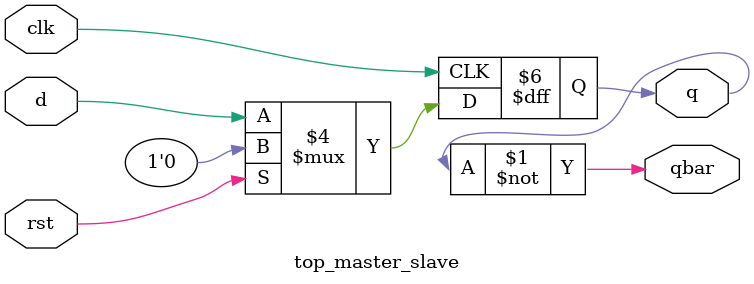
<source format=v>
module top_master_slave(q,qbar,clk,rst,d);
        output reg q;
        output qbar;
        input clk, rst;
        input d;

        assign qbar = ~q;

        always @(posedge clk)
        begin
                if (rst)
                        q <= 0;
                else
                        q <= d;
        end
endmodule



</source>
